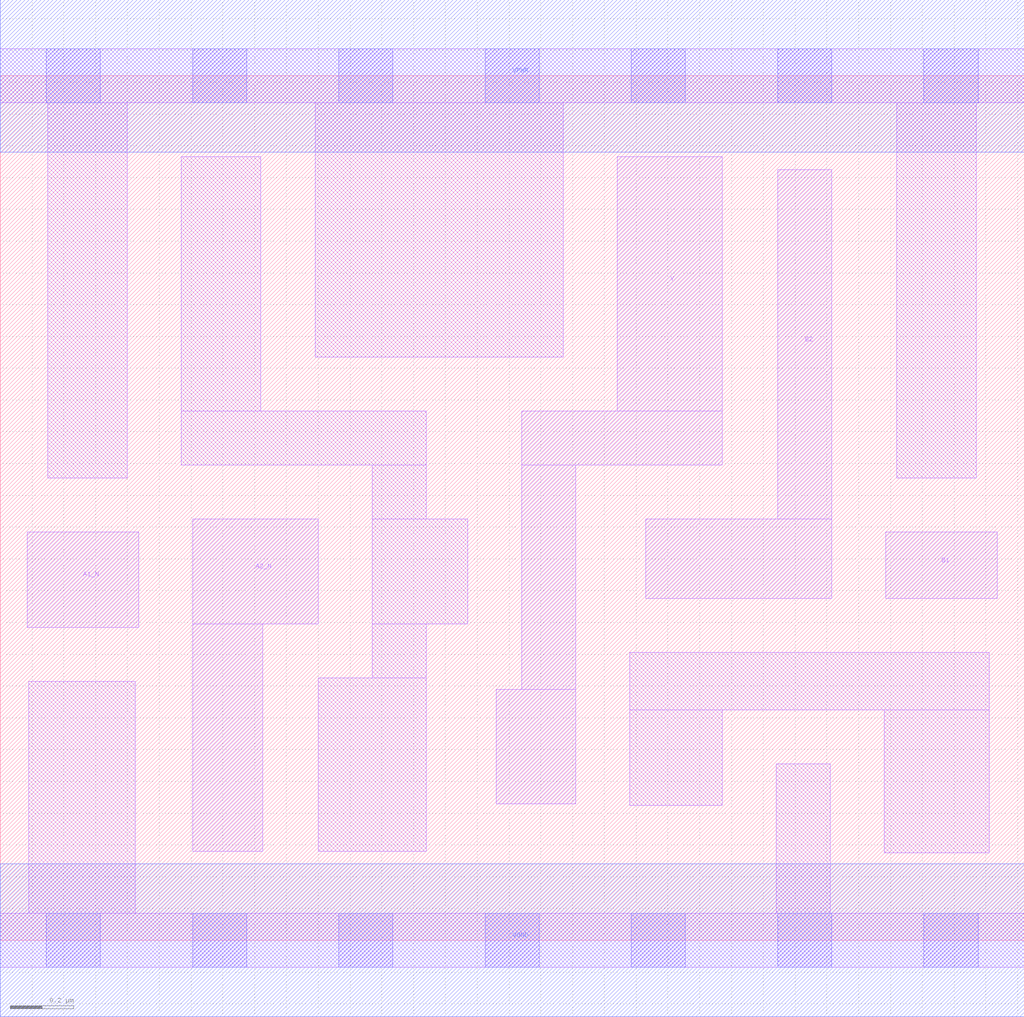
<source format=lef>
# Copyright 2020 The SkyWater PDK Authors
#
# Licensed under the Apache License, Version 2.0 (the "License");
# you may not use this file except in compliance with the License.
# You may obtain a copy of the License at
#
#     https://www.apache.org/licenses/LICENSE-2.0
#
# Unless required by applicable law or agreed to in writing, software
# distributed under the License is distributed on an "AS IS" BASIS,
# WITHOUT WARRANTIES OR CONDITIONS OF ANY KIND, either express or implied.
# See the License for the specific language governing permissions and
# limitations under the License.
#
# SPDX-License-Identifier: Apache-2.0

VERSION 5.7 ;
  NOWIREEXTENSIONATPIN ON ;
  DIVIDERCHAR "/" ;
  BUSBITCHARS "[]" ;
UNITS
  DATABASE MICRONS 200 ;
END UNITS
MACRO sky130_fd_sc_hd__o2bb2ai_1
  CLASS CORE ;
  FOREIGN sky130_fd_sc_hd__o2bb2ai_1 ;
  ORIGIN  0.000000  0.000000 ;
  SIZE  3.220000 BY  2.720000 ;
  SYMMETRY X Y R90 ;
  SITE unithd ;
  PIN A1_N
    ANTENNAGATEAREA  0.247500 ;
    DIRECTION INPUT ;
    USE SIGNAL ;
    PORT
      LAYER li1 ;
        RECT 0.085000 0.985000 0.435000 1.285000 ;
    END
  END A1_N
  PIN A2_N
    ANTENNAGATEAREA  0.247500 ;
    DIRECTION INPUT ;
    USE SIGNAL ;
    PORT
      LAYER li1 ;
        RECT 0.605000 0.280000 0.825000 0.995000 ;
        RECT 0.605000 0.995000 1.000000 1.325000 ;
    END
  END A2_N
  PIN B1
    ANTENNAGATEAREA  0.247500 ;
    DIRECTION INPUT ;
    USE SIGNAL ;
    PORT
      LAYER li1 ;
        RECT 2.785000 1.075000 3.135000 1.285000 ;
    END
  END B1
  PIN B2
    ANTENNAGATEAREA  0.247500 ;
    DIRECTION INPUT ;
    USE SIGNAL ;
    PORT
      LAYER li1 ;
        RECT 2.030000 1.075000 2.615000 1.325000 ;
        RECT 2.445000 1.325000 2.615000 2.425000 ;
    END
  END B2
  PIN Y
    ANTENNADIFFAREA  0.439000 ;
    DIRECTION OUTPUT ;
    USE SIGNAL ;
    PORT
      LAYER li1 ;
        RECT 1.560000 0.430000 1.810000 0.790000 ;
        RECT 1.640000 0.790000 1.810000 1.495000 ;
        RECT 1.640000 1.495000 2.270000 1.665000 ;
        RECT 1.940000 1.665000 2.270000 2.465000 ;
    END
  END Y
  PIN VGND
    DIRECTION INOUT ;
    SHAPE ABUTMENT ;
    USE GROUND ;
    PORT
      LAYER met1 ;
        RECT 0.000000 -0.240000 3.220000 0.240000 ;
    END
  END VGND
  PIN VPWR
    DIRECTION INOUT ;
    SHAPE ABUTMENT ;
    USE POWER ;
    PORT
      LAYER met1 ;
        RECT 0.000000 2.480000 3.220000 2.960000 ;
    END
  END VPWR
  OBS
    LAYER li1 ;
      RECT 0.000000 -0.085000 3.220000 0.085000 ;
      RECT 0.000000  2.635000 3.220000 2.805000 ;
      RECT 0.090000  0.085000 0.425000 0.815000 ;
      RECT 0.150000  1.455000 0.400000 2.635000 ;
      RECT 0.570000  1.495000 1.340000 1.665000 ;
      RECT 0.570000  1.665000 0.820000 2.465000 ;
      RECT 0.990000  1.835000 1.770000 2.635000 ;
      RECT 1.000000  0.280000 1.340000 0.825000 ;
      RECT 1.170000  0.825000 1.340000 0.995000 ;
      RECT 1.170000  0.995000 1.470000 1.325000 ;
      RECT 1.170000  1.325000 1.340000 1.495000 ;
      RECT 1.980000  0.425000 2.270000 0.725000 ;
      RECT 1.980000  0.725000 3.110000 0.905000 ;
      RECT 2.440000  0.085000 2.610000 0.555000 ;
      RECT 2.780000  0.275000 3.110000 0.725000 ;
      RECT 2.820000  1.455000 3.070000 2.635000 ;
    LAYER mcon ;
      RECT 0.145000 -0.085000 0.315000 0.085000 ;
      RECT 0.145000  2.635000 0.315000 2.805000 ;
      RECT 0.605000 -0.085000 0.775000 0.085000 ;
      RECT 0.605000  2.635000 0.775000 2.805000 ;
      RECT 1.065000 -0.085000 1.235000 0.085000 ;
      RECT 1.065000  2.635000 1.235000 2.805000 ;
      RECT 1.525000 -0.085000 1.695000 0.085000 ;
      RECT 1.525000  2.635000 1.695000 2.805000 ;
      RECT 1.985000 -0.085000 2.155000 0.085000 ;
      RECT 1.985000  2.635000 2.155000 2.805000 ;
      RECT 2.445000 -0.085000 2.615000 0.085000 ;
      RECT 2.445000  2.635000 2.615000 2.805000 ;
      RECT 2.905000 -0.085000 3.075000 0.085000 ;
      RECT 2.905000  2.635000 3.075000 2.805000 ;
  END
END sky130_fd_sc_hd__o2bb2ai_1
END LIBRARY

</source>
